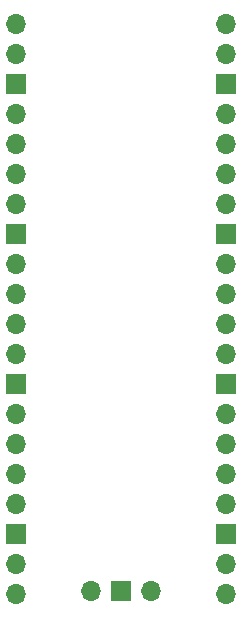
<source format=gbr>
%TF.GenerationSoftware,KiCad,Pcbnew,7.0.9*%
%TF.CreationDate,2023-12-23T19:40:19-06:00*%
%TF.ProjectId,picow_eeprom,7069636f-775f-4656-9570-726f6d2e6b69,rev?*%
%TF.SameCoordinates,Original*%
%TF.FileFunction,Copper,L2,Bot*%
%TF.FilePolarity,Positive*%
%FSLAX46Y46*%
G04 Gerber Fmt 4.6, Leading zero omitted, Abs format (unit mm)*
G04 Created by KiCad (PCBNEW 7.0.9) date 2023-12-23 19:40:19*
%MOMM*%
%LPD*%
G01*
G04 APERTURE LIST*
%TA.AperFunction,ComponentPad*%
%ADD10O,1.700000X1.700000*%
%TD*%
%TA.AperFunction,ComponentPad*%
%ADD11R,1.700000X1.700000*%
%TD*%
G04 APERTURE END LIST*
D10*
%TO.P,U1,43,SWDIO*%
%TO.N,unconnected-(U1-SWDIO-Pad43)*%
X45495000Y-69395000D03*
D11*
%TO.P,U1,42,GND*%
%TO.N,unconnected-(U1-GND-Pad42)*%
X42955000Y-69395000D03*
D10*
%TO.P,U1,41,SWCLK*%
%TO.N,unconnected-(U1-SWCLK-Pad41)*%
X40415000Y-69395000D03*
%TO.P,U1,40,VBUS*%
%TO.N,unconnected-(U1-VBUS-Pad40)*%
X51845000Y-21365000D03*
%TO.P,U1,39,VSYS*%
%TO.N,Net-(U1-VSYS)*%
X51845000Y-23905000D03*
D11*
%TO.P,U1,38,GND*%
%TO.N,Net-(U2-VSS)*%
X51845000Y-26445000D03*
D10*
%TO.P,U1,37,3V3_EN*%
%TO.N,unconnected-(U1-3V3_EN-Pad37)*%
X51845000Y-28985000D03*
%TO.P,U1,36,3V3*%
%TO.N,unconnected-(U1-3V3-Pad36)*%
X51845000Y-31525000D03*
%TO.P,U1,35,ADC_VREF*%
%TO.N,unconnected-(U1-ADC_VREF-Pad35)*%
X51845000Y-34065000D03*
%TO.P,U1,34,GPIO28_ADC2*%
%TO.N,unconnected-(U1-GPIO28_ADC2-Pad34)*%
X51845000Y-36605000D03*
D11*
%TO.P,U1,33,AGND*%
%TO.N,unconnected-(U1-AGND-Pad33)*%
X51845000Y-39145000D03*
D10*
%TO.P,U1,32,GPIO27_ADC1*%
%TO.N,unconnected-(U1-GPIO27_ADC1-Pad32)*%
X51845000Y-41685000D03*
%TO.P,U1,31,GPIO26_ADC0*%
%TO.N,unconnected-(U1-GPIO26_ADC0-Pad31)*%
X51845000Y-44225000D03*
%TO.P,U1,30,RUN*%
%TO.N,unconnected-(U1-RUN-Pad30)*%
X51845000Y-46765000D03*
%TO.P,U1,29,GPIO22*%
%TO.N,unconnected-(U1-GPIO22-Pad29)*%
X51845000Y-49305000D03*
D11*
%TO.P,U1,28,GND*%
%TO.N,unconnected-(U1-GND-Pad28)*%
X51845000Y-51845000D03*
D10*
%TO.P,U1,27,GPIO21*%
%TO.N,unconnected-(U1-GPIO21-Pad27)*%
X51845000Y-54385000D03*
%TO.P,U1,26,GPIO20*%
%TO.N,unconnected-(U1-GPIO20-Pad26)*%
X51845000Y-56925000D03*
%TO.P,U1,25,GPIO19*%
%TO.N,unconnected-(U1-GPIO19-Pad25)*%
X51845000Y-59465000D03*
%TO.P,U1,24,GPIO18*%
%TO.N,unconnected-(U1-GPIO18-Pad24)*%
X51845000Y-62005000D03*
D11*
%TO.P,U1,23,GND*%
%TO.N,unconnected-(U1-GND-Pad23)*%
X51845000Y-64545000D03*
D10*
%TO.P,U1,22,GPIO17*%
%TO.N,unconnected-(U1-GPIO17-Pad22)*%
X51845000Y-67085000D03*
%TO.P,U1,21,GPIO16*%
%TO.N,unconnected-(U1-GPIO16-Pad21)*%
X51845000Y-69625000D03*
%TO.P,U1,20,GPIO15*%
%TO.N,unconnected-(U1-GPIO15-Pad20)*%
X34065000Y-69625000D03*
%TO.P,U1,19,GPIO14*%
%TO.N,unconnected-(U1-GPIO14-Pad19)*%
X34065000Y-67085000D03*
D11*
%TO.P,U1,18,GND*%
%TO.N,unconnected-(U1-GND-Pad18)*%
X34065000Y-64545000D03*
D10*
%TO.P,U1,17,GPIO13*%
%TO.N,unconnected-(U1-GPIO13-Pad17)*%
X34065000Y-62005000D03*
%TO.P,U1,16,GPIO12*%
%TO.N,unconnected-(U1-GPIO12-Pad16)*%
X34065000Y-59465000D03*
%TO.P,U1,15,GPIO11*%
%TO.N,unconnected-(U1-GPIO11-Pad15)*%
X34065000Y-56925000D03*
%TO.P,U1,14,GPIO10*%
%TO.N,unconnected-(U1-GPIO10-Pad14)*%
X34065000Y-54385000D03*
D11*
%TO.P,U1,13,GND*%
%TO.N,unconnected-(U1-GND-Pad13)*%
X34065000Y-51845000D03*
D10*
%TO.P,U1,12,GPIO9*%
%TO.N,unconnected-(U1-GPIO9-Pad12)*%
X34065000Y-49305000D03*
%TO.P,U1,11,GPIO8*%
%TO.N,unconnected-(U1-GPIO8-Pad11)*%
X34065000Y-46765000D03*
%TO.P,U1,10,GPIO7*%
%TO.N,unconnected-(U1-GPIO7-Pad10)*%
X34065000Y-44225000D03*
%TO.P,U1,9,GPIO6*%
%TO.N,unconnected-(U1-GPIO6-Pad9)*%
X34065000Y-41685000D03*
D11*
%TO.P,U1,8,GND*%
%TO.N,unconnected-(U1-GND-Pad8)*%
X34065000Y-39145000D03*
D10*
%TO.P,U1,7,GPIO5*%
%TO.N,Net-(U1-GPIO5)*%
X34065000Y-36605000D03*
%TO.P,U1,6,GPIO4*%
%TO.N,Net-(U1-GPIO4)*%
X34065000Y-34065000D03*
%TO.P,U1,5,GPIO3*%
%TO.N,unconnected-(U1-GPIO3-Pad5)*%
X34065000Y-31525000D03*
%TO.P,U1,4,GPIO2*%
%TO.N,unconnected-(U1-GPIO2-Pad4)*%
X34065000Y-28985000D03*
D11*
%TO.P,U1,3,GND*%
%TO.N,unconnected-(U1-GND-Pad3)*%
X34065000Y-26445000D03*
D10*
%TO.P,U1,2,GPIO1*%
%TO.N,unconnected-(U1-GPIO1-Pad2)*%
X34065000Y-23905000D03*
%TO.P,U1,1,GPIO0*%
%TO.N,unconnected-(U1-GPIO0-Pad1)*%
X34065000Y-21365000D03*
%TD*%
M02*

</source>
